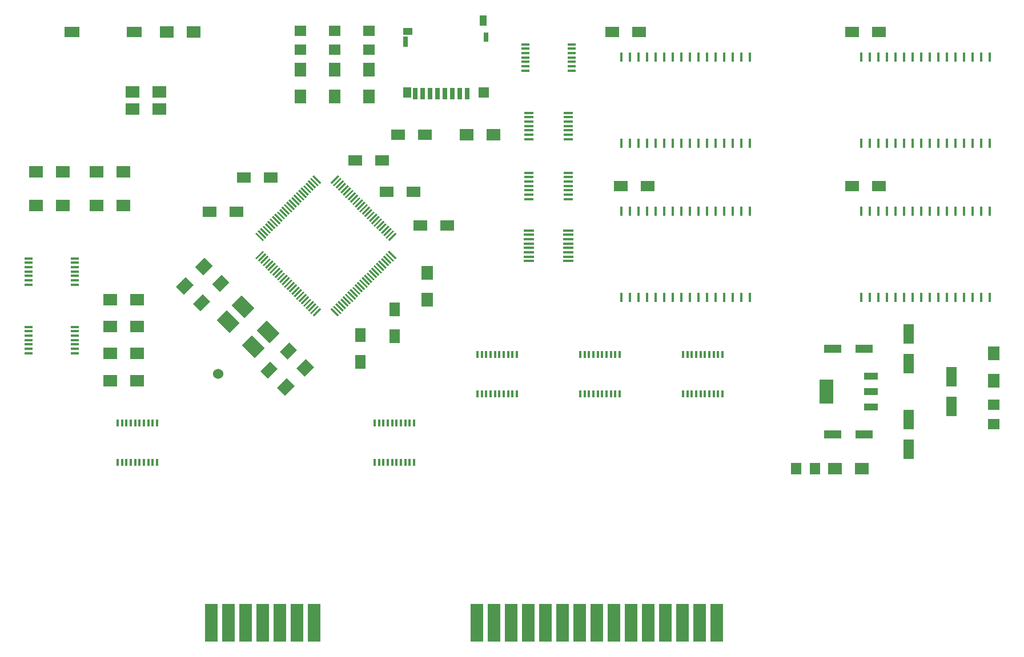
<source format=gtp>
G04 #@! TF.FileFunction,Paste,Top*
%FSLAX46Y46*%
G04 Gerber Fmt 4.6, Leading zero omitted, Abs format (unit mm)*
G04 Created by KiCad (PCBNEW 4.0.2+dfsg1-stable) date Sun 20 Jan 2019 20:02:35 CET*
%MOMM*%
G01*
G04 APERTURE LIST*
%ADD10C,0.100000*%
%ADD11R,1.930400X5.588000*%
%ADD12R,1.600200X2.999740*%
%ADD13R,2.000000X1.600000*%
%ADD14R,1.600000X2.000000*%
%ADD15R,1.597660X1.800860*%
%ADD16R,1.800860X1.597660*%
%ADD17R,2.598420X1.198880*%
%ADD18R,2.600960X1.198880*%
%ADD19R,2.000000X1.700000*%
%ADD20R,1.700000X2.000000*%
%ADD21R,2.180000X1.600000*%
%ADD22R,0.400000X1.000000*%
%ADD23R,1.450000X0.450000*%
%ADD24R,0.450000X1.400000*%
%ADD25R,1.200000X0.400000*%
%ADD26R,2.032000X3.657600*%
%ADD27R,2.032000X1.016000*%
%ADD28R,0.700000X1.750000*%
%ADD29R,1.300000X1.500000*%
%ADD30R,0.800000X1.500000*%
%ADD31R,1.450000X1.000000*%
%ADD32R,0.800000X1.400000*%
%ADD33R,1.500000X1.500000*%
%ADD34R,1.000000X1.550000*%
%ADD35C,1.524000*%
%ADD36R,1.500000X0.450000*%
G04 APERTURE END LIST*
D10*
G36*
X116739881Y-81982828D02*
X116541891Y-81784838D01*
X117602551Y-80724178D01*
X117800541Y-80922168D01*
X116739881Y-81982828D01*
X116739881Y-81982828D01*
G37*
G36*
X117093434Y-82336381D02*
X116895444Y-82138391D01*
X117956104Y-81077731D01*
X118154094Y-81275721D01*
X117093434Y-82336381D01*
X117093434Y-82336381D01*
G37*
G36*
X117446988Y-82689935D02*
X117248998Y-82491945D01*
X118309658Y-81431285D01*
X118507648Y-81629275D01*
X117446988Y-82689935D01*
X117446988Y-82689935D01*
G37*
G36*
X117800541Y-83043488D02*
X117602551Y-82845498D01*
X118663211Y-81784838D01*
X118861201Y-81982828D01*
X117800541Y-83043488D01*
X117800541Y-83043488D01*
G37*
G36*
X118154094Y-83397041D02*
X117956104Y-83199051D01*
X119016764Y-82138391D01*
X119214754Y-82336381D01*
X118154094Y-83397041D01*
X118154094Y-83397041D01*
G37*
G36*
X118507648Y-83750595D02*
X118309658Y-83552605D01*
X119370318Y-82491945D01*
X119568308Y-82689935D01*
X118507648Y-83750595D01*
X118507648Y-83750595D01*
G37*
G36*
X118861201Y-84104148D02*
X118663211Y-83906158D01*
X119723871Y-82845498D01*
X119921861Y-83043488D01*
X118861201Y-84104148D01*
X118861201Y-84104148D01*
G37*
G36*
X119214754Y-84457702D02*
X119016764Y-84259712D01*
X120077424Y-83199052D01*
X120275414Y-83397042D01*
X119214754Y-84457702D01*
X119214754Y-84457702D01*
G37*
G36*
X119568308Y-84811255D02*
X119370318Y-84613265D01*
X120430978Y-83552605D01*
X120628968Y-83750595D01*
X119568308Y-84811255D01*
X119568308Y-84811255D01*
G37*
G36*
X119921861Y-85164808D02*
X119723871Y-84966818D01*
X120784531Y-83906158D01*
X120982521Y-84104148D01*
X119921861Y-85164808D01*
X119921861Y-85164808D01*
G37*
G36*
X120275415Y-85518362D02*
X120077425Y-85320372D01*
X121138085Y-84259712D01*
X121336075Y-84457702D01*
X120275415Y-85518362D01*
X120275415Y-85518362D01*
G37*
G36*
X120628968Y-85871915D02*
X120430978Y-85673925D01*
X121491638Y-84613265D01*
X121689628Y-84811255D01*
X120628968Y-85871915D01*
X120628968Y-85871915D01*
G37*
G36*
X120982521Y-86225469D02*
X120784531Y-86027479D01*
X121845191Y-84966819D01*
X122043181Y-85164809D01*
X120982521Y-86225469D01*
X120982521Y-86225469D01*
G37*
G36*
X121336075Y-86579022D02*
X121138085Y-86381032D01*
X122198745Y-85320372D01*
X122396735Y-85518362D01*
X121336075Y-86579022D01*
X121336075Y-86579022D01*
G37*
G36*
X121689628Y-86932575D02*
X121491638Y-86734585D01*
X122552298Y-85673925D01*
X122750288Y-85871915D01*
X121689628Y-86932575D01*
X121689628Y-86932575D01*
G37*
G36*
X122043182Y-87286129D02*
X121845192Y-87088139D01*
X122905852Y-86027479D01*
X123103842Y-86225469D01*
X122043182Y-87286129D01*
X122043182Y-87286129D01*
G37*
G36*
X122396735Y-87639682D02*
X122198745Y-87441692D01*
X123259405Y-86381032D01*
X123457395Y-86579022D01*
X122396735Y-87639682D01*
X122396735Y-87639682D01*
G37*
G36*
X122750288Y-87993236D02*
X122552298Y-87795246D01*
X123612958Y-86734586D01*
X123810948Y-86932576D01*
X122750288Y-87993236D01*
X122750288Y-87993236D01*
G37*
G36*
X123103842Y-88346789D02*
X122905852Y-88148799D01*
X123966512Y-87088139D01*
X124164502Y-87286129D01*
X123103842Y-88346789D01*
X123103842Y-88346789D01*
G37*
G36*
X123457395Y-88700342D02*
X123259405Y-88502352D01*
X124320065Y-87441692D01*
X124518055Y-87639682D01*
X123457395Y-88700342D01*
X123457395Y-88700342D01*
G37*
G36*
X123810949Y-89053896D02*
X123612959Y-88855906D01*
X124673619Y-87795246D01*
X124871609Y-87993236D01*
X123810949Y-89053896D01*
X123810949Y-89053896D01*
G37*
G36*
X124164502Y-89407449D02*
X123966512Y-89209459D01*
X125027172Y-88148799D01*
X125225162Y-88346789D01*
X124164502Y-89407449D01*
X124164502Y-89407449D01*
G37*
G36*
X124518055Y-89761002D02*
X124320065Y-89563012D01*
X125380725Y-88502352D01*
X125578715Y-88700342D01*
X124518055Y-89761002D01*
X124518055Y-89761002D01*
G37*
G36*
X124871609Y-90114556D02*
X124673619Y-89916566D01*
X125734279Y-88855906D01*
X125932269Y-89053896D01*
X124871609Y-90114556D01*
X124871609Y-90114556D01*
G37*
G36*
X125225162Y-90468109D02*
X125027172Y-90270119D01*
X126087832Y-89209459D01*
X126285822Y-89407449D01*
X125225162Y-90468109D01*
X125225162Y-90468109D01*
G37*
G36*
X128972828Y-90270119D02*
X128774838Y-90468109D01*
X127714178Y-89407449D01*
X127912168Y-89209459D01*
X128972828Y-90270119D01*
X128972828Y-90270119D01*
G37*
G36*
X129326381Y-89916566D02*
X129128391Y-90114556D01*
X128067731Y-89053896D01*
X128265721Y-88855906D01*
X129326381Y-89916566D01*
X129326381Y-89916566D01*
G37*
G36*
X129679935Y-89563012D02*
X129481945Y-89761002D01*
X128421285Y-88700342D01*
X128619275Y-88502352D01*
X129679935Y-89563012D01*
X129679935Y-89563012D01*
G37*
G36*
X130033488Y-89209459D02*
X129835498Y-89407449D01*
X128774838Y-88346789D01*
X128972828Y-88148799D01*
X130033488Y-89209459D01*
X130033488Y-89209459D01*
G37*
G36*
X130387041Y-88855906D02*
X130189051Y-89053896D01*
X129128391Y-87993236D01*
X129326381Y-87795246D01*
X130387041Y-88855906D01*
X130387041Y-88855906D01*
G37*
G36*
X130740595Y-88502352D02*
X130542605Y-88700342D01*
X129481945Y-87639682D01*
X129679935Y-87441692D01*
X130740595Y-88502352D01*
X130740595Y-88502352D01*
G37*
G36*
X131094148Y-88148799D02*
X130896158Y-88346789D01*
X129835498Y-87286129D01*
X130033488Y-87088139D01*
X131094148Y-88148799D01*
X131094148Y-88148799D01*
G37*
G36*
X131447702Y-87795246D02*
X131249712Y-87993236D01*
X130189052Y-86932576D01*
X130387042Y-86734586D01*
X131447702Y-87795246D01*
X131447702Y-87795246D01*
G37*
G36*
X131801255Y-87441692D02*
X131603265Y-87639682D01*
X130542605Y-86579022D01*
X130740595Y-86381032D01*
X131801255Y-87441692D01*
X131801255Y-87441692D01*
G37*
G36*
X132154808Y-87088139D02*
X131956818Y-87286129D01*
X130896158Y-86225469D01*
X131094148Y-86027479D01*
X132154808Y-87088139D01*
X132154808Y-87088139D01*
G37*
G36*
X132508362Y-86734585D02*
X132310372Y-86932575D01*
X131249712Y-85871915D01*
X131447702Y-85673925D01*
X132508362Y-86734585D01*
X132508362Y-86734585D01*
G37*
G36*
X132861915Y-86381032D02*
X132663925Y-86579022D01*
X131603265Y-85518362D01*
X131801255Y-85320372D01*
X132861915Y-86381032D01*
X132861915Y-86381032D01*
G37*
G36*
X133215469Y-86027479D02*
X133017479Y-86225469D01*
X131956819Y-85164809D01*
X132154809Y-84966819D01*
X133215469Y-86027479D01*
X133215469Y-86027479D01*
G37*
G36*
X133569022Y-85673925D02*
X133371032Y-85871915D01*
X132310372Y-84811255D01*
X132508362Y-84613265D01*
X133569022Y-85673925D01*
X133569022Y-85673925D01*
G37*
G36*
X133922575Y-85320372D02*
X133724585Y-85518362D01*
X132663925Y-84457702D01*
X132861915Y-84259712D01*
X133922575Y-85320372D01*
X133922575Y-85320372D01*
G37*
G36*
X134276129Y-84966818D02*
X134078139Y-85164808D01*
X133017479Y-84104148D01*
X133215469Y-83906158D01*
X134276129Y-84966818D01*
X134276129Y-84966818D01*
G37*
G36*
X134629682Y-84613265D02*
X134431692Y-84811255D01*
X133371032Y-83750595D01*
X133569022Y-83552605D01*
X134629682Y-84613265D01*
X134629682Y-84613265D01*
G37*
G36*
X134983236Y-84259712D02*
X134785246Y-84457702D01*
X133724586Y-83397042D01*
X133922576Y-83199052D01*
X134983236Y-84259712D01*
X134983236Y-84259712D01*
G37*
G36*
X135336789Y-83906158D02*
X135138799Y-84104148D01*
X134078139Y-83043488D01*
X134276129Y-82845498D01*
X135336789Y-83906158D01*
X135336789Y-83906158D01*
G37*
G36*
X135690342Y-83552605D02*
X135492352Y-83750595D01*
X134431692Y-82689935D01*
X134629682Y-82491945D01*
X135690342Y-83552605D01*
X135690342Y-83552605D01*
G37*
G36*
X136043896Y-83199051D02*
X135845906Y-83397041D01*
X134785246Y-82336381D01*
X134983236Y-82138391D01*
X136043896Y-83199051D01*
X136043896Y-83199051D01*
G37*
G36*
X136397449Y-82845498D02*
X136199459Y-83043488D01*
X135138799Y-81982828D01*
X135336789Y-81784838D01*
X136397449Y-82845498D01*
X136397449Y-82845498D01*
G37*
G36*
X136751002Y-82491945D02*
X136553012Y-82689935D01*
X135492352Y-81629275D01*
X135690342Y-81431285D01*
X136751002Y-82491945D01*
X136751002Y-82491945D01*
G37*
G36*
X137104556Y-82138391D02*
X136906566Y-82336381D01*
X135845906Y-81275721D01*
X136043896Y-81077731D01*
X137104556Y-82138391D01*
X137104556Y-82138391D01*
G37*
G36*
X137458109Y-81784838D02*
X137260119Y-81982828D01*
X136199459Y-80922168D01*
X136397449Y-80724178D01*
X137458109Y-81784838D01*
X137458109Y-81784838D01*
G37*
G36*
X136397449Y-79295822D02*
X136199459Y-79097832D01*
X137260119Y-78037172D01*
X137458109Y-78235162D01*
X136397449Y-79295822D01*
X136397449Y-79295822D01*
G37*
G36*
X136043896Y-78942269D02*
X135845906Y-78744279D01*
X136906566Y-77683619D01*
X137104556Y-77881609D01*
X136043896Y-78942269D01*
X136043896Y-78942269D01*
G37*
G36*
X135690342Y-78588715D02*
X135492352Y-78390725D01*
X136553012Y-77330065D01*
X136751002Y-77528055D01*
X135690342Y-78588715D01*
X135690342Y-78588715D01*
G37*
G36*
X135336789Y-78235162D02*
X135138799Y-78037172D01*
X136199459Y-76976512D01*
X136397449Y-77174502D01*
X135336789Y-78235162D01*
X135336789Y-78235162D01*
G37*
G36*
X134983236Y-77881609D02*
X134785246Y-77683619D01*
X135845906Y-76622959D01*
X136043896Y-76820949D01*
X134983236Y-77881609D01*
X134983236Y-77881609D01*
G37*
G36*
X134629682Y-77528055D02*
X134431692Y-77330065D01*
X135492352Y-76269405D01*
X135690342Y-76467395D01*
X134629682Y-77528055D01*
X134629682Y-77528055D01*
G37*
G36*
X134276129Y-77174502D02*
X134078139Y-76976512D01*
X135138799Y-75915852D01*
X135336789Y-76113842D01*
X134276129Y-77174502D01*
X134276129Y-77174502D01*
G37*
G36*
X133922576Y-76820948D02*
X133724586Y-76622958D01*
X134785246Y-75562298D01*
X134983236Y-75760288D01*
X133922576Y-76820948D01*
X133922576Y-76820948D01*
G37*
G36*
X133569022Y-76467395D02*
X133371032Y-76269405D01*
X134431692Y-75208745D01*
X134629682Y-75406735D01*
X133569022Y-76467395D01*
X133569022Y-76467395D01*
G37*
G36*
X133215469Y-76113842D02*
X133017479Y-75915852D01*
X134078139Y-74855192D01*
X134276129Y-75053182D01*
X133215469Y-76113842D01*
X133215469Y-76113842D01*
G37*
G36*
X132861915Y-75760288D02*
X132663925Y-75562298D01*
X133724585Y-74501638D01*
X133922575Y-74699628D01*
X132861915Y-75760288D01*
X132861915Y-75760288D01*
G37*
G36*
X132508362Y-75406735D02*
X132310372Y-75208745D01*
X133371032Y-74148085D01*
X133569022Y-74346075D01*
X132508362Y-75406735D01*
X132508362Y-75406735D01*
G37*
G36*
X132154809Y-75053181D02*
X131956819Y-74855191D01*
X133017479Y-73794531D01*
X133215469Y-73992521D01*
X132154809Y-75053181D01*
X132154809Y-75053181D01*
G37*
G36*
X131801255Y-74699628D02*
X131603265Y-74501638D01*
X132663925Y-73440978D01*
X132861915Y-73638968D01*
X131801255Y-74699628D01*
X131801255Y-74699628D01*
G37*
G36*
X131447702Y-74346075D02*
X131249712Y-74148085D01*
X132310372Y-73087425D01*
X132508362Y-73285415D01*
X131447702Y-74346075D01*
X131447702Y-74346075D01*
G37*
G36*
X131094148Y-73992521D02*
X130896158Y-73794531D01*
X131956818Y-72733871D01*
X132154808Y-72931861D01*
X131094148Y-73992521D01*
X131094148Y-73992521D01*
G37*
G36*
X130740595Y-73638968D02*
X130542605Y-73440978D01*
X131603265Y-72380318D01*
X131801255Y-72578308D01*
X130740595Y-73638968D01*
X130740595Y-73638968D01*
G37*
G36*
X130387042Y-73285414D02*
X130189052Y-73087424D01*
X131249712Y-72026764D01*
X131447702Y-72224754D01*
X130387042Y-73285414D01*
X130387042Y-73285414D01*
G37*
G36*
X130033488Y-72931861D02*
X129835498Y-72733871D01*
X130896158Y-71673211D01*
X131094148Y-71871201D01*
X130033488Y-72931861D01*
X130033488Y-72931861D01*
G37*
G36*
X129679935Y-72578308D02*
X129481945Y-72380318D01*
X130542605Y-71319658D01*
X130740595Y-71517648D01*
X129679935Y-72578308D01*
X129679935Y-72578308D01*
G37*
G36*
X129326381Y-72224754D02*
X129128391Y-72026764D01*
X130189051Y-70966104D01*
X130387041Y-71164094D01*
X129326381Y-72224754D01*
X129326381Y-72224754D01*
G37*
G36*
X128972828Y-71871201D02*
X128774838Y-71673211D01*
X129835498Y-70612551D01*
X130033488Y-70810541D01*
X128972828Y-71871201D01*
X128972828Y-71871201D01*
G37*
G36*
X128619275Y-71517648D02*
X128421285Y-71319658D01*
X129481945Y-70258998D01*
X129679935Y-70456988D01*
X128619275Y-71517648D01*
X128619275Y-71517648D01*
G37*
G36*
X128265721Y-71164094D02*
X128067731Y-70966104D01*
X129128391Y-69905444D01*
X129326381Y-70103434D01*
X128265721Y-71164094D01*
X128265721Y-71164094D01*
G37*
G36*
X127912168Y-70810541D02*
X127714178Y-70612551D01*
X128774838Y-69551891D01*
X128972828Y-69749881D01*
X127912168Y-70810541D01*
X127912168Y-70810541D01*
G37*
G36*
X126285822Y-70612551D02*
X126087832Y-70810541D01*
X125027172Y-69749881D01*
X125225162Y-69551891D01*
X126285822Y-70612551D01*
X126285822Y-70612551D01*
G37*
G36*
X125932269Y-70966104D02*
X125734279Y-71164094D01*
X124673619Y-70103434D01*
X124871609Y-69905444D01*
X125932269Y-70966104D01*
X125932269Y-70966104D01*
G37*
G36*
X125578715Y-71319658D02*
X125380725Y-71517648D01*
X124320065Y-70456988D01*
X124518055Y-70258998D01*
X125578715Y-71319658D01*
X125578715Y-71319658D01*
G37*
G36*
X125225162Y-71673211D02*
X125027172Y-71871201D01*
X123966512Y-70810541D01*
X124164502Y-70612551D01*
X125225162Y-71673211D01*
X125225162Y-71673211D01*
G37*
G36*
X124871609Y-72026764D02*
X124673619Y-72224754D01*
X123612959Y-71164094D01*
X123810949Y-70966104D01*
X124871609Y-72026764D01*
X124871609Y-72026764D01*
G37*
G36*
X124518055Y-72380318D02*
X124320065Y-72578308D01*
X123259405Y-71517648D01*
X123457395Y-71319658D01*
X124518055Y-72380318D01*
X124518055Y-72380318D01*
G37*
G36*
X124164502Y-72733871D02*
X123966512Y-72931861D01*
X122905852Y-71871201D01*
X123103842Y-71673211D01*
X124164502Y-72733871D01*
X124164502Y-72733871D01*
G37*
G36*
X123810948Y-73087424D02*
X123612958Y-73285414D01*
X122552298Y-72224754D01*
X122750288Y-72026764D01*
X123810948Y-73087424D01*
X123810948Y-73087424D01*
G37*
G36*
X123457395Y-73440978D02*
X123259405Y-73638968D01*
X122198745Y-72578308D01*
X122396735Y-72380318D01*
X123457395Y-73440978D01*
X123457395Y-73440978D01*
G37*
G36*
X123103842Y-73794531D02*
X122905852Y-73992521D01*
X121845192Y-72931861D01*
X122043182Y-72733871D01*
X123103842Y-73794531D01*
X123103842Y-73794531D01*
G37*
G36*
X122750288Y-74148085D02*
X122552298Y-74346075D01*
X121491638Y-73285415D01*
X121689628Y-73087425D01*
X122750288Y-74148085D01*
X122750288Y-74148085D01*
G37*
G36*
X122396735Y-74501638D02*
X122198745Y-74699628D01*
X121138085Y-73638968D01*
X121336075Y-73440978D01*
X122396735Y-74501638D01*
X122396735Y-74501638D01*
G37*
G36*
X122043181Y-74855191D02*
X121845191Y-75053181D01*
X120784531Y-73992521D01*
X120982521Y-73794531D01*
X122043181Y-74855191D01*
X122043181Y-74855191D01*
G37*
G36*
X121689628Y-75208745D02*
X121491638Y-75406735D01*
X120430978Y-74346075D01*
X120628968Y-74148085D01*
X121689628Y-75208745D01*
X121689628Y-75208745D01*
G37*
G36*
X121336075Y-75562298D02*
X121138085Y-75760288D01*
X120077425Y-74699628D01*
X120275415Y-74501638D01*
X121336075Y-75562298D01*
X121336075Y-75562298D01*
G37*
G36*
X120982521Y-75915852D02*
X120784531Y-76113842D01*
X119723871Y-75053182D01*
X119921861Y-74855192D01*
X120982521Y-75915852D01*
X120982521Y-75915852D01*
G37*
G36*
X120628968Y-76269405D02*
X120430978Y-76467395D01*
X119370318Y-75406735D01*
X119568308Y-75208745D01*
X120628968Y-76269405D01*
X120628968Y-76269405D01*
G37*
G36*
X120275414Y-76622958D02*
X120077424Y-76820948D01*
X119016764Y-75760288D01*
X119214754Y-75562298D01*
X120275414Y-76622958D01*
X120275414Y-76622958D01*
G37*
G36*
X119921861Y-76976512D02*
X119723871Y-77174502D01*
X118663211Y-76113842D01*
X118861201Y-75915852D01*
X119921861Y-76976512D01*
X119921861Y-76976512D01*
G37*
G36*
X119568308Y-77330065D02*
X119370318Y-77528055D01*
X118309658Y-76467395D01*
X118507648Y-76269405D01*
X119568308Y-77330065D01*
X119568308Y-77330065D01*
G37*
G36*
X119214754Y-77683619D02*
X119016764Y-77881609D01*
X117956104Y-76820949D01*
X118154094Y-76622959D01*
X119214754Y-77683619D01*
X119214754Y-77683619D01*
G37*
G36*
X118861201Y-78037172D02*
X118663211Y-78235162D01*
X117602551Y-77174502D01*
X117800541Y-76976512D01*
X118861201Y-78037172D01*
X118861201Y-78037172D01*
G37*
G36*
X118507648Y-78390725D02*
X118309658Y-78588715D01*
X117248998Y-77528055D01*
X117446988Y-77330065D01*
X118507648Y-78390725D01*
X118507648Y-78390725D01*
G37*
G36*
X118154094Y-78744279D02*
X117956104Y-78942269D01*
X116895444Y-77881609D01*
X117093434Y-77683619D01*
X118154094Y-78744279D01*
X118154094Y-78744279D01*
G37*
G36*
X117800541Y-79097832D02*
X117602551Y-79295822D01*
X116541891Y-78235162D01*
X116739881Y-78037172D01*
X117800541Y-79097832D01*
X117800541Y-79097832D01*
G37*
D11*
X125222000Y-135890000D03*
X122682000Y-135890000D03*
X120142000Y-135890000D03*
X117602000Y-135890000D03*
X115062000Y-135890000D03*
X112522000Y-135890000D03*
X109982000Y-135890000D03*
X184912000Y-135890000D03*
X182372000Y-135890000D03*
X179832000Y-135890000D03*
X177292000Y-135890000D03*
X174752000Y-135890000D03*
X172212000Y-135890000D03*
X169672000Y-135890000D03*
X167132000Y-135890000D03*
X164592000Y-135890000D03*
X162052000Y-135890000D03*
X159512000Y-135890000D03*
X156972000Y-135890000D03*
X154432000Y-135890000D03*
X151892000Y-135890000D03*
X149352000Y-135890000D03*
D12*
X213360000Y-110149640D03*
X213360000Y-105750360D03*
X213360000Y-93050360D03*
X213360000Y-97449640D03*
X219710000Y-99400360D03*
X219710000Y-103799640D03*
D13*
X170720000Y-71120000D03*
X174720000Y-71120000D03*
X205010000Y-48260000D03*
X209010000Y-48260000D03*
X169450000Y-48260000D03*
X173450000Y-48260000D03*
X205010000Y-71120000D03*
X209010000Y-71120000D03*
D10*
G36*
X111555635Y-84312994D02*
X112687006Y-85444365D01*
X111272793Y-86858578D01*
X110141422Y-85727207D01*
X111555635Y-84312994D01*
X111555635Y-84312994D01*
G37*
G36*
X108727207Y-87141422D02*
X109858578Y-88272793D01*
X108444365Y-89687006D01*
X107312994Y-88555635D01*
X108727207Y-87141422D01*
X108727207Y-87141422D01*
G37*
G36*
X121555635Y-94312994D02*
X122687006Y-95444365D01*
X121272793Y-96858578D01*
X120141422Y-95727207D01*
X121555635Y-94312994D01*
X121555635Y-94312994D01*
G37*
G36*
X118727207Y-97141422D02*
X119858578Y-98272793D01*
X118444365Y-99687006D01*
X117312994Y-98555635D01*
X118727207Y-97141422D01*
X118727207Y-97141422D01*
G37*
D13*
X141700000Y-63500000D03*
X137700000Y-63500000D03*
X135350000Y-67310000D03*
X131350000Y-67310000D03*
X140000000Y-72000000D03*
X136000000Y-72000000D03*
X141000000Y-77000000D03*
X145000000Y-77000000D03*
D14*
X137160000Y-93440000D03*
X137160000Y-89440000D03*
X132080000Y-97250000D03*
X132080000Y-93250000D03*
D13*
X114840000Y-69850000D03*
X118840000Y-69850000D03*
X109760000Y-74930000D03*
X113760000Y-74930000D03*
D15*
X199539860Y-113030000D03*
X196700140Y-113030000D03*
D16*
X226000000Y-103580140D03*
X226000000Y-106419860D03*
X123190000Y-50949860D03*
X123190000Y-48110140D03*
X128270000Y-50949860D03*
X128270000Y-48110140D03*
X133350000Y-50949860D03*
X133350000Y-48110140D03*
D17*
X202168760Y-107950000D03*
D18*
X206771240Y-107950000D03*
D17*
X202168760Y-95250000D03*
D18*
X206771240Y-95250000D03*
D19*
X206470000Y-113030000D03*
X202470000Y-113030000D03*
D20*
X226000000Y-96000000D03*
X226000000Y-100000000D03*
D19*
X103410000Y-48260000D03*
X107410000Y-48260000D03*
X99000000Y-100000000D03*
X95000000Y-100000000D03*
X99000000Y-96000000D03*
X95000000Y-96000000D03*
X99000000Y-92000000D03*
X95000000Y-92000000D03*
X99000000Y-88000000D03*
X95000000Y-88000000D03*
D10*
G36*
X109020280Y-81777638D02*
X110222362Y-82979720D01*
X108808148Y-84393934D01*
X107606066Y-83191852D01*
X109020280Y-81777638D01*
X109020280Y-81777638D01*
G37*
G36*
X106191852Y-84606066D02*
X107393934Y-85808148D01*
X105979720Y-87222362D01*
X104777638Y-86020280D01*
X106191852Y-84606066D01*
X106191852Y-84606066D01*
G37*
G36*
X124020280Y-96777638D02*
X125222362Y-97979720D01*
X123808148Y-99393934D01*
X122606066Y-98191852D01*
X124020280Y-96777638D01*
X124020280Y-96777638D01*
G37*
G36*
X121191852Y-99606066D02*
X122393934Y-100808148D01*
X120979720Y-102222362D01*
X119777638Y-101020280D01*
X121191852Y-99606066D01*
X121191852Y-99606066D01*
G37*
D19*
X147860000Y-63500000D03*
X151860000Y-63500000D03*
X102330000Y-57150000D03*
X98330000Y-57150000D03*
X102330000Y-59690000D03*
X98330000Y-59690000D03*
D20*
X142000000Y-88000000D03*
X142000000Y-84000000D03*
D19*
X88000000Y-69000000D03*
X84000000Y-69000000D03*
X88000000Y-74000000D03*
X84000000Y-74000000D03*
X93000000Y-69000000D03*
X97000000Y-69000000D03*
X93000000Y-74000000D03*
X97000000Y-74000000D03*
D20*
X123190000Y-53880000D03*
X123190000Y-57880000D03*
X128270000Y-53880000D03*
X128270000Y-57880000D03*
X133350000Y-53880000D03*
X133350000Y-57880000D03*
D21*
X89377570Y-48257680D03*
X98582430Y-48262320D03*
D22*
X155325000Y-96160000D03*
X154675000Y-96160000D03*
X154025000Y-96160000D03*
X153375000Y-96160000D03*
X152725000Y-96160000D03*
X152075000Y-96160000D03*
X151425000Y-96160000D03*
X150775000Y-96160000D03*
X150125000Y-96160000D03*
X149475000Y-96160000D03*
X149475000Y-101960000D03*
X150125000Y-101960000D03*
X150775000Y-101960000D03*
X151425000Y-101960000D03*
X152075000Y-101960000D03*
X152725000Y-101960000D03*
X153375000Y-101960000D03*
X154025000Y-101960000D03*
X154675000Y-101960000D03*
X155325000Y-101960000D03*
X101985000Y-106320000D03*
X101335000Y-106320000D03*
X100685000Y-106320000D03*
X100035000Y-106320000D03*
X99385000Y-106320000D03*
X98735000Y-106320000D03*
X98085000Y-106320000D03*
X97435000Y-106320000D03*
X96785000Y-106320000D03*
X96135000Y-106320000D03*
X96135000Y-112120000D03*
X96785000Y-112120000D03*
X97435000Y-112120000D03*
X98085000Y-112120000D03*
X98735000Y-112120000D03*
X99385000Y-112120000D03*
X100035000Y-112120000D03*
X100685000Y-112120000D03*
X101335000Y-112120000D03*
X101985000Y-112120000D03*
X170565000Y-96160000D03*
X169915000Y-96160000D03*
X169265000Y-96160000D03*
X168615000Y-96160000D03*
X167965000Y-96160000D03*
X167315000Y-96160000D03*
X166665000Y-96160000D03*
X166015000Y-96160000D03*
X165365000Y-96160000D03*
X164715000Y-96160000D03*
X164715000Y-101960000D03*
X165365000Y-101960000D03*
X166015000Y-101960000D03*
X166665000Y-101960000D03*
X167315000Y-101960000D03*
X167965000Y-101960000D03*
X168615000Y-101960000D03*
X169265000Y-101960000D03*
X169915000Y-101960000D03*
X170565000Y-101960000D03*
D23*
X157070000Y-60280000D03*
X157070000Y-60930000D03*
X157070000Y-61580000D03*
X157070000Y-62230000D03*
X157070000Y-62880000D03*
X157070000Y-63530000D03*
X157070000Y-64180000D03*
X162970000Y-64180000D03*
X162970000Y-63530000D03*
X162970000Y-62880000D03*
X162970000Y-62230000D03*
X162970000Y-61580000D03*
X162970000Y-60930000D03*
X162970000Y-60280000D03*
D22*
X140085000Y-106320000D03*
X139435000Y-106320000D03*
X138785000Y-106320000D03*
X138135000Y-106320000D03*
X137485000Y-106320000D03*
X136835000Y-106320000D03*
X136185000Y-106320000D03*
X135535000Y-106320000D03*
X134885000Y-106320000D03*
X134235000Y-106320000D03*
X134235000Y-112120000D03*
X134885000Y-112120000D03*
X135535000Y-112120000D03*
X136185000Y-112120000D03*
X136835000Y-112120000D03*
X137485000Y-112120000D03*
X138135000Y-112120000D03*
X138785000Y-112120000D03*
X139435000Y-112120000D03*
X140085000Y-112120000D03*
D24*
X206375000Y-52050000D03*
X206375000Y-64790000D03*
X207645000Y-52050000D03*
X207645000Y-64790000D03*
X208915000Y-52050000D03*
X208915000Y-64790000D03*
X210185000Y-52050000D03*
X210185000Y-64790000D03*
X211455000Y-52050000D03*
X211455000Y-64790000D03*
X212725000Y-52050000D03*
X212725000Y-64790000D03*
X213995000Y-52050000D03*
X213995000Y-64790000D03*
X215265000Y-52050000D03*
X215265000Y-64790000D03*
X216535000Y-52050000D03*
X216535000Y-64790000D03*
X217805000Y-52050000D03*
X217805000Y-64790000D03*
X219075000Y-52050000D03*
X219075000Y-64790000D03*
X220345000Y-52050000D03*
X220345000Y-64790000D03*
X221615000Y-52050000D03*
X221615000Y-64790000D03*
X222885000Y-52050000D03*
X222885000Y-64790000D03*
X224155000Y-52050000D03*
X224155000Y-64790000D03*
X225425000Y-52050000D03*
X225425000Y-64790000D03*
X170815000Y-52050000D03*
X170815000Y-64790000D03*
X172085000Y-52050000D03*
X172085000Y-64790000D03*
X173355000Y-52050000D03*
X173355000Y-64790000D03*
X174625000Y-52050000D03*
X174625000Y-64790000D03*
X175895000Y-52050000D03*
X175895000Y-64790000D03*
X177165000Y-52050000D03*
X177165000Y-64790000D03*
X178435000Y-52050000D03*
X178435000Y-64790000D03*
X179705000Y-52050000D03*
X179705000Y-64790000D03*
X180975000Y-52050000D03*
X180975000Y-64790000D03*
X182245000Y-52050000D03*
X182245000Y-64790000D03*
X183515000Y-52050000D03*
X183515000Y-64790000D03*
X184785000Y-52050000D03*
X184785000Y-64790000D03*
X186055000Y-52050000D03*
X186055000Y-64790000D03*
X187325000Y-52050000D03*
X187325000Y-64790000D03*
X188595000Y-52050000D03*
X188595000Y-64790000D03*
X189865000Y-52050000D03*
X189865000Y-64790000D03*
X206375000Y-74910000D03*
X206375000Y-87650000D03*
X207645000Y-74910000D03*
X207645000Y-87650000D03*
X208915000Y-74910000D03*
X208915000Y-87650000D03*
X210185000Y-74910000D03*
X210185000Y-87650000D03*
X211455000Y-74910000D03*
X211455000Y-87650000D03*
X212725000Y-74910000D03*
X212725000Y-87650000D03*
X213995000Y-74910000D03*
X213995000Y-87650000D03*
X215265000Y-74910000D03*
X215265000Y-87650000D03*
X216535000Y-74910000D03*
X216535000Y-87650000D03*
X217805000Y-74910000D03*
X217805000Y-87650000D03*
X219075000Y-74910000D03*
X219075000Y-87650000D03*
X220345000Y-74910000D03*
X220345000Y-87650000D03*
X221615000Y-74910000D03*
X221615000Y-87650000D03*
X222885000Y-74910000D03*
X222885000Y-87650000D03*
X224155000Y-74910000D03*
X224155000Y-87650000D03*
X225425000Y-74910000D03*
X225425000Y-87650000D03*
D25*
X82910000Y-81870000D03*
X82910000Y-82520000D03*
X82910000Y-83170000D03*
X82910000Y-83820000D03*
X82910000Y-84470000D03*
X82910000Y-85120000D03*
X82910000Y-85770000D03*
X89810000Y-85770000D03*
X89810000Y-85120000D03*
X89810000Y-84470000D03*
X89810000Y-83820000D03*
X89810000Y-83170000D03*
X89810000Y-82520000D03*
X89810000Y-81870000D03*
X82910000Y-92030000D03*
X82910000Y-92680000D03*
X82910000Y-93330000D03*
X82910000Y-93980000D03*
X82910000Y-94630000D03*
X82910000Y-95280000D03*
X82910000Y-95930000D03*
X89810000Y-95930000D03*
X89810000Y-95280000D03*
X89810000Y-94630000D03*
X89810000Y-93980000D03*
X89810000Y-93330000D03*
X89810000Y-92680000D03*
X89810000Y-92030000D03*
D26*
X201168000Y-101600000D03*
D27*
X207772000Y-101600000D03*
X207772000Y-99314000D03*
X207772000Y-103886000D03*
D28*
X140255000Y-57420000D03*
D29*
X139055000Y-57295000D03*
D30*
X138805000Y-49695000D03*
D31*
X139130000Y-48195000D03*
D32*
X150755000Y-49045000D03*
D28*
X141355000Y-57420000D03*
X142455000Y-57420000D03*
X143555000Y-57420000D03*
X144655000Y-57420000D03*
X145755000Y-57420000D03*
X146855000Y-57420000D03*
X147955000Y-57420000D03*
D33*
X150405000Y-57295000D03*
D34*
X150355000Y-46620000D03*
D35*
X111000000Y-99000000D03*
D36*
X157070000Y-77735000D03*
X157070000Y-78385000D03*
X157070000Y-79035000D03*
X157070000Y-79685000D03*
X157070000Y-80335000D03*
X157070000Y-80985000D03*
X157070000Y-81635000D03*
X157070000Y-82285000D03*
X162970000Y-82285000D03*
X162970000Y-81635000D03*
X162970000Y-80985000D03*
X162970000Y-80335000D03*
X162970000Y-79685000D03*
X162970000Y-79035000D03*
X162970000Y-78385000D03*
X162970000Y-77735000D03*
D23*
X157070000Y-69170000D03*
X157070000Y-69820000D03*
X157070000Y-70470000D03*
X157070000Y-71120000D03*
X157070000Y-71770000D03*
X157070000Y-72420000D03*
X157070000Y-73070000D03*
X162970000Y-73070000D03*
X162970000Y-72420000D03*
X162970000Y-71770000D03*
X162970000Y-71120000D03*
X162970000Y-70470000D03*
X162970000Y-69820000D03*
X162970000Y-69170000D03*
D22*
X185805000Y-96160000D03*
X185155000Y-96160000D03*
X184505000Y-96160000D03*
X183855000Y-96160000D03*
X183205000Y-96160000D03*
X182555000Y-96160000D03*
X181905000Y-96160000D03*
X181255000Y-96160000D03*
X180605000Y-96160000D03*
X179955000Y-96160000D03*
X179955000Y-101960000D03*
X180605000Y-101960000D03*
X181255000Y-101960000D03*
X181905000Y-101960000D03*
X182555000Y-101960000D03*
X183205000Y-101960000D03*
X183855000Y-101960000D03*
X184505000Y-101960000D03*
X185155000Y-101960000D03*
X185805000Y-101960000D03*
D24*
X170815000Y-74910000D03*
X170815000Y-87650000D03*
X172085000Y-74910000D03*
X172085000Y-87650000D03*
X173355000Y-74910000D03*
X173355000Y-87650000D03*
X174625000Y-74910000D03*
X174625000Y-87650000D03*
X175895000Y-74910000D03*
X175895000Y-87650000D03*
X177165000Y-74910000D03*
X177165000Y-87650000D03*
X178435000Y-74910000D03*
X178435000Y-87650000D03*
X179705000Y-74910000D03*
X179705000Y-87650000D03*
X180975000Y-74910000D03*
X180975000Y-87650000D03*
X182245000Y-74910000D03*
X182245000Y-87650000D03*
X183515000Y-74910000D03*
X183515000Y-87650000D03*
X184785000Y-74910000D03*
X184785000Y-87650000D03*
X186055000Y-74910000D03*
X186055000Y-87650000D03*
X187325000Y-74910000D03*
X187325000Y-87650000D03*
X188595000Y-74910000D03*
X188595000Y-87650000D03*
X189865000Y-74910000D03*
X189865000Y-87650000D03*
D25*
X156570000Y-50120000D03*
X156570000Y-50770000D03*
X156570000Y-51420000D03*
X156570000Y-52070000D03*
X156570000Y-52720000D03*
X156570000Y-53370000D03*
X156570000Y-54020000D03*
X163470000Y-54020000D03*
X163470000Y-53370000D03*
X163470000Y-52720000D03*
X163470000Y-52070000D03*
X163470000Y-51420000D03*
X163470000Y-50770000D03*
X163470000Y-50120000D03*
D10*
G36*
X110833096Y-91010051D02*
X112318020Y-89525127D01*
X114227208Y-91434315D01*
X112742284Y-92919239D01*
X110833096Y-91010051D01*
X110833096Y-91010051D01*
G37*
G36*
X114580761Y-94757716D02*
X116065685Y-93272792D01*
X117974873Y-95181980D01*
X116489949Y-96666904D01*
X114580761Y-94757716D01*
X114580761Y-94757716D01*
G37*
G36*
X116772792Y-92565685D02*
X118257716Y-91080761D01*
X120166904Y-92989949D01*
X118681980Y-94474873D01*
X116772792Y-92565685D01*
X116772792Y-92565685D01*
G37*
G36*
X113025127Y-88818020D02*
X114510051Y-87333096D01*
X116419239Y-89242284D01*
X114934315Y-90727208D01*
X113025127Y-88818020D01*
X113025127Y-88818020D01*
G37*
M02*

</source>
